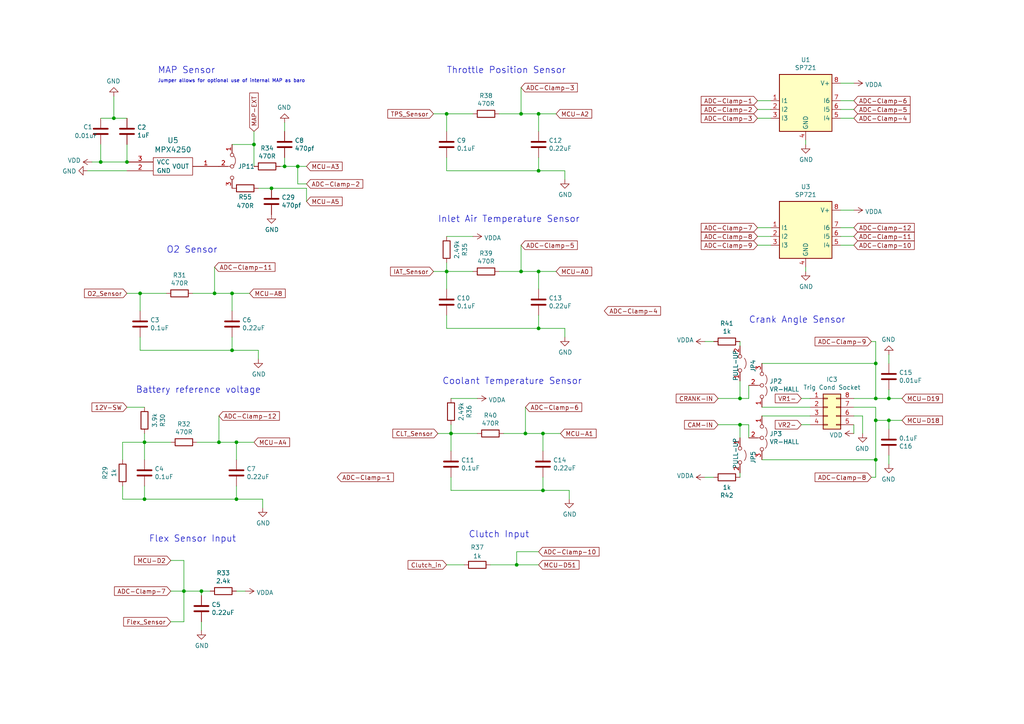
<source format=kicad_sch>
(kicad_sch (version 20230121) (generator eeschema)
  (paper "A4")
  (title_block (title "0.4") (date "2024-08-07") (rev "4e") (company "Speeduino") (comment 1 "Updated by Kenneth \"Cmdr_scotty\" Walters"))
  (lib_symbols
    (symbol "Connector_Generic:Conn_02x04_Counter_Clockwise" (pin_names (offset 1.016) hide)
      (property "Reference" "J" (at 1.27 5.08 0))
      (property "Value" "Conn_02x04_Counter_Clockwise" (at 1.27 -7.62 0))
      (symbol "Conn_02x04_Counter_Clockwise_1_1"
        (rectangle (start -1.27 -4.953) (end 0 -5.207) (stroke (width 0.1524)))
        (rectangle (start -1.27 -2.413) (end 0 -2.667) (stroke (width 0.1524)))
        (rectangle (start -1.27 0.127) (end 0 -0.127) (stroke (width 0.1524)))
        (rectangle (start -1.27 2.667) (end 0 2.413) (stroke (width 0.1524)))
        (rectangle (start -1.27 3.81) (end 3.81 -6.35) (stroke (width 0.254)) (fill (type background)))
        (rectangle (start 3.81 -4.953) (end 2.54 -5.207) (stroke (width 0.1524)))
        (rectangle (start 3.81 -2.413) (end 2.54 -2.667) (stroke (width 0.1524)))
        (rectangle (start 3.81 0.127) (end 2.54 -0.127) (stroke (width 0.1524)))
        (rectangle (start 3.81 2.667) (end 2.54 2.413) (stroke (width 0.1524)))
        (pin passive line (at -5.08 2.54 0) (length 3.81) (name "Pin_1") (number "1"))
        (pin passive line (at -5.08 0 0) (length 3.81) (name "Pin_2") (number "2"))
        (pin passive line (at -5.08 -2.54 0) (length 3.81) (name "Pin_3") (number "3"))
        (pin passive line (at -5.08 -5.08 0) (length 3.81) (name "Pin_4") (number "4"))
        (pin passive line (at 7.62 -5.08 180) (length 3.81) (name "Pin_5") (number "5"))
        (pin passive line (at 7.62 -2.54 180) (length 3.81) (name "Pin_6") (number "6"))
        (pin passive line (at 7.62 0 180) (length 3.81) (name "Pin_7") (number "7"))
        (pin passive line (at 7.62 2.54 180) (length 3.81) (name "Pin_8") (number "8"))
      )
    )
    (symbol "Device:C" (pin_numbers hide) (pin_names (offset 0.254))
      (property "Reference" "C" (at 0.635 2.54 0))
      (property "Value" "C" (at 0.635 -2.54 0))
      (symbol "C_0_1"
        (polyline (pts (xy -2.032 -0.762) (xy 2.032 -0.762)) (stroke (width 0.508)))
        (polyline (pts (xy -2.032 0.762) (xy 2.032 0.762)) (stroke (width 0.508)))
      )
      (symbol "C_1_1"
        (pin passive line (at 0 3.81 270) (length 2.794) (name "~") (number "1"))
        (pin passive line (at 0 -3.81 90) (length 2.794) (name "~") (number "2"))
      )
    )
    (symbol "Device:R" (pin_numbers hide) (pin_names (offset 0))
      (property "Reference" "R" (at 2.032 0 90))
      (property "Value" "R" (at 0 0 90))
      (symbol "R_0_1"
        (rectangle (start -1.016 -2.54) (end 1.016 2.54) (stroke (width 0.254)))
      )
      (symbol "R_1_1"
        (pin passive line (at 0 3.81 270) (length 1.27) (name "~") (number "1"))
        (pin passive line (at 0 -3.81 90) (length 1.27) (name "~") (number "2"))
      )
    )
    (symbol "Jumper:Jumper_2_Open" (pin_names (offset 0) hide)
      (property "Reference" "JP" (at 0 2.794 0))
      (property "Value" "Jumper_2_Open" (at 0 -2.286 0))
      (symbol "Jumper_2_Open_0_0"
        (circle (center -2.032 0) (radius 0.508))
        (circle (center 2.032 0) (radius 0.508))
      )
      (symbol "Jumper_2_Open_0_1"
        (arc (start 1.524 1.27) (mid 0 1.778) (end -1.524 1.27))
      )
      (symbol "Jumper_2_Open_1_1"
        (pin passive line (at -5.08 0 0) (length 2.54) (name "A") (number "1"))
        (pin passive line (at 5.08 0 180) (length 2.54) (name "B") (number "2"))
      )
    )
    (symbol "power:GND" (power) (pin_names (offset 0))
      (property "Value" "GND" (at 0 -3.81 0))
      (symbol "GND_0_1"
        (polyline (pts (xy 0 0) (xy 0 -1.27) (xy 1.27 -1.27) (xy 0 -2.54) (xy -1.27 -1.27) (xy 0 -1.27)))
      )
      (symbol "GND_1_1"
        (pin power_in line (at 0 0 270) (length 0) hide (name "GND") (number "1"))
      )
    )
    (symbol "power:VDD" (power) (pin_names (offset 0))
      (property "Value" "VDD" (at 0 3.81 0))
      (symbol "VDD_0_1"
        (polyline (pts (xy -0.762 1.27) (xy 0 2.54)))
        (polyline (pts (xy 0 0) (xy 0 2.54)))
        (polyline (pts (xy 0 2.54) (xy 0.762 1.27)))
      )
      (symbol "VDD_1_1"
        (pin power_in line (at 0 0 90) (length 0) hide (name "VDD") (number "1"))
      )
    )
    (symbol "power:VDDA" (power) (pin_names (offset 0))
      (property "Value" "VDDA" (at 0 3.81 0))
      (symbol "VDDA_0_1"
        (polyline (pts (xy -0.762 1.27) (xy 0 2.54)))
        (polyline (pts (xy 0 0) (xy 0 2.54)))
        (polyline (pts (xy 0 2.54) (xy 0.762 1.27)))
      )
      (symbol "VDDA_1_1"
        (pin power_in line (at 0 0 90) (length 0) hide (name "VDDA") (number "1"))
      )
    )
    (symbol "v0.4.3e-rescue:Jumper_3_Bridged12-Jumper" (pin_names (offset 0) hide)
      (property "Reference" "JP" (at -2.54 -2.54 0))
      (property "Value" "Jumper_Jumper_3_Bridged12" (at 0 2.794 0))
      (symbol "Jumper_3_Bridged12-Jumper_0_0"
        (circle (center -3.302 0) (radius 0.508))
        (circle (center 0 0) (radius 0.508))
        (circle (center 3.302 0) (radius 0.508))
      )
      (symbol "Jumper_3_Bridged12-Jumper_0_1"
        (arc (start -0.254 0.508) (mid -1.651 0.9912) (end -3.048 0.508))
        (polyline (pts (xy 0 -1.27) (xy 0 -0.508)))
      )
      (symbol "Jumper_3_Bridged12-Jumper_1_1"
        (pin passive line (at -6.35 0 0) (length 2.54) (name "A") (number "1"))
        (pin input line (at 0 -3.81 90) (length 2.54) (name "C") (number "2"))
        (pin passive line (at 6.35 0 180) (length 2.54) (name "B") (number "3"))
      )
    )
    (symbol "v0.4.3e-rescue:Jumper_3_Open-Jumper" (pin_names (offset 0) hide)
      (property "Reference" "JP" (at -2.54 -2.54 0))
      (property "Value" "Jumper_Jumper_3_Open" (at 0 2.794 0))
      (symbol "Jumper_3_Open-Jumper_0_0"
        (circle (center -3.302 0) (radius 0.508))
        (circle (center 0 0) (radius 0.508))
        (circle (center 3.302 0) (radius 0.508))
      )
      (symbol "Jumper_3_Open-Jumper_0_1"
        (arc (start -0.254 1.016) (mid -1.651 1.4992) (end -3.048 1.016))
        (polyline (pts (xy 0 -0.508) (xy 0 -1.27)))
        (arc (start 3.048 1.016) (mid 1.651 1.4992) (end 0.254 1.016))
      )
      (symbol "Jumper_3_Open-Jumper_1_1"
        (pin passive line (at -6.35 0 0) (length 2.54) (name "A") (number "1"))
        (pin input line (at 0 -3.81 90) (length 2.54) (name "C") (number "2"))
        (pin passive line (at 6.35 0 180) (length 2.54) (name "B") (number "3"))
      )
    )
    (symbol "v0.4.3e-rescue:MPX4250-Misc-v0.4.4c-rescue-v0.4.3d-rescue" (pin_names (offset 1.016))
      (property "Reference" "U" (at 3.81 -3.81 0))
      (property "Value" "v0.4.3d-rescue_MPX4250-Misc-v0.4.4c-rescue" (at -1.27 3.81 0))
      (symbol "MPX4250-Misc-v0.4.4c-rescue-v0.4.3d-rescue_0_1"
        (rectangle (start -6.35 2.54) (end 5.08 -2.54))
      )
      (symbol "MPX4250-Misc-v0.4.4c-rescue-v0.4.3d-rescue_1_1"
        (pin output line (at 12.7 0 180) (length 7.62) (name "VOUT") (number "1"))
        (pin power_in line (at -13.97 -1.27 0) (length 7.62) (name "GND") (number "2"))
        (pin power_in line (at -13.97 1.27 0) (length 7.62) (name "VCC") (number "3"))
      )
    )
    (symbol "v0.4.3e-rescue:SP721-IC_Automotive"
      (property "Reference" "U" (at 0 15.875 0))
      (property "Value" "IC_Automotive_SP721" (at 0 13.97 0))
      (symbol "SP721-IC_Automotive_0_1"
        (rectangle (start -7.62 -3.81) (end 7.62 12.7) (stroke (width 0.254)) (fill (type background)))
      )
      (symbol "SP721-IC_Automotive_1_1"
        (pin input line (at -10.16 5.08 0) (length 2.54) (name "I1") (number "1"))
        (pin input line (at -10.16 2.54 0) (length 2.54) (name "I2") (number "2"))
        (pin input line (at -10.16 0 0) (length 2.54) (name "I3") (number "3"))
        (pin power_in line (at 0 -6.35 90) (length 2.54) (name "GND") (number "4"))
        (pin input line (at 10.16 0 180) (length 2.54) (name "I4") (number "5"))
        (pin input line (at 10.16 2.54 180) (length 2.54) (name "I5") (number "6"))
        (pin input line (at 10.16 5.08 180) (length 2.54) (name "I6") (number "7"))
        (pin power_in line (at 10.16 10.16 180) (length 2.54) (name "V+") (number "8"))
      )
    )
  )
  (junction (at 73.66 41.91))
  (junction (at 129.54 33.02))
  (junction (at 156.21 78.74))
  (junction (at 156.21 95.25))
  (junction (at 33.02 34.29))
  (junction (at 156.21 49.53))
  (junction (at 257.81 121.92))
  (junction (at 41.91 144.78))
  (junction (at 130.81 125.73))
  (junction (at 67.31 101.6))
  (junction (at 40.64 85.09))
  (junction (at 156.21 33.02))
  (junction (at 129.54 78.74))
  (junction (at 254 121.92))
  (junction (at 36.83 46.99))
  (junction (at 151.13 33.02))
  (junction (at 149.86 163.83))
  (junction (at 254 133.35))
  (junction (at 257.81 115.57))
  (junction (at 41.91 128.27))
  (junction (at 63.5 128.27))
  (junction (at 82.55 48.26))
  (junction (at 151.13 78.74))
  (junction (at 157.48 125.73))
  (junction (at 58.42 171.45))
  (junction (at 53.34 171.45))
  (junction (at 29.21 46.99))
  (junction (at 68.58 144.78))
  (junction (at 254 115.57))
  (junction (at 214.63 115.57))
  (junction (at 214.63 123.19))
  (junction (at 78.74 54.61))
  (junction (at 62.23 85.09))
  (junction (at 67.31 85.09))
  (junction (at 254 105.41))
  (junction (at 86.36 48.26))
  (junction (at 152.4 125.73))
  (junction (at 68.58 128.27))
  (junction (at 157.48 142.24))
  (wire (pts (xy 149.86 163.83) (xy 156.21 163.83)))
  (wire (pts (xy 53.34 180.34) (xy 53.34 171.45)))
  (wire (pts (xy 247.65 60.96) (xy 243.84 60.96)))
  (wire (pts (xy 82.55 48.26) (xy 86.36 48.26)))
  (wire (pts (xy 247.65 24.13) (xy 243.84 24.13)))
  (wire (pts (xy 151.13 25.4) (xy 151.13 33.02)))
  (wire (pts (xy 214.63 99.06) (xy 214.63 100.33)))
  (wire (pts (xy 151.13 33.02) (xy 156.21 33.02)))
  (wire (pts (xy 88.9 54.61) (xy 78.74 54.61)))
  (wire (pts (xy 223.52 68.58) (xy 219.71 68.58)))
  (wire (pts (xy 254 115.57) (xy 257.81 115.57)))
  (wire (pts (xy 68.58 140.97) (xy 68.58 144.78)))
  (wire (pts (xy 208.28 123.19) (xy 214.63 123.19)))
  (wire (pts (xy 165.1 142.24) (xy 165.1 144.78)))
  (wire (pts (xy 254 138.43) (xy 254 133.35)))
  (wire (pts (xy 74.93 54.61) (xy 78.74 54.61)))
  (wire (pts (xy 254 121.92) (xy 257.81 121.92)))
  (wire (pts (xy 138.43 115.57) (xy 130.81 115.57)))
  (wire (pts (xy 257.81 134.62) (xy 257.81 132.08)))
  (wire (pts (xy 233.68 41.91) (xy 233.68 40.64)))
  (wire (pts (xy 243.84 34.29) (xy 247.65 34.29)))
  (wire (pts (xy 40.64 97.79) (xy 40.64 101.6)))
  (wire (pts (xy 129.54 38.1) (xy 129.54 33.02)))
  (wire (pts (xy 33.02 34.29) (xy 36.83 34.29)))
  (wire (pts (xy 220.98 120.65) (xy 234.95 120.65)))
  (wire (pts (xy 161.29 33.02) (xy 156.21 33.02)))
  (wire (pts (xy 88.9 53.34) (xy 86.36 53.34)))
  (wire (pts (xy 151.13 78.74) (xy 156.21 78.74)))
  (wire (pts (xy 219.71 71.12) (xy 223.52 71.12)))
  (wire (pts (xy 67.31 101.6) (xy 74.93 101.6)))
  (wire (pts (xy 130.81 130.81) (xy 130.81 125.73)))
  (wire (pts (xy 257.81 121.92) (xy 257.81 124.46)))
  (wire (pts (xy 252.73 138.43) (xy 254 138.43)))
  (wire (pts (xy 243.84 29.21) (xy 247.65 29.21)))
  (wire (pts (xy 129.54 83.82) (xy 129.54 78.74)))
  (wire (pts (xy 220.98 118.11) (xy 234.95 118.11)))
  (wire (pts (xy 247.65 66.04) (xy 243.84 66.04)))
  (wire (pts (xy 129.54 33.02) (xy 137.16 33.02)))
  (wire (pts (xy 156.21 33.02) (xy 156.21 38.1)))
  (wire (pts (xy 149.86 160.02) (xy 149.86 163.83)))
  (wire (pts (xy 254 133.35) (xy 254 121.92)))
  (wire (pts (xy 72.39 85.09) (xy 67.31 85.09)))
  (wire (pts (xy 68.58 128.27) (xy 68.58 133.35)))
  (wire (pts (xy 40.64 101.6) (xy 67.31 101.6)))
  (wire (pts (xy 163.83 95.25) (xy 163.83 97.79)))
  (wire (pts (xy 204.47 99.06) (xy 207.01 99.06)))
  (wire (pts (xy 232.41 115.57) (xy 234.95 115.57)))
  (wire (pts (xy 53.34 171.45) (xy 49.53 171.45)))
  (wire (pts (xy 261.62 115.57) (xy 257.81 115.57)))
  (wire (pts (xy 33.02 34.29) (xy 33.02 27.94)))
  (wire (pts (xy 40.64 90.17) (xy 40.64 85.09)))
  (wire (pts (xy 157.48 142.24) (xy 165.1 142.24)))
  (wire (pts (xy 247.65 71.12) (xy 243.84 71.12)))
  (wire (pts (xy 129.54 95.25) (xy 156.21 95.25)))
  (wire (pts (xy 86.36 48.26) (xy 88.9 48.26)))
  (wire (pts (xy 130.81 138.43) (xy 130.81 142.24)))
  (wire (pts (xy 55.88 85.09) (xy 62.23 85.09)))
  (wire (pts (xy 86.36 53.34) (xy 86.36 48.26)))
  (wire (pts (xy 29.21 34.29) (xy 33.02 34.29)))
  (wire (pts (xy 58.42 182.88) (xy 58.42 180.34)))
  (wire (pts (xy 41.91 128.27) (xy 49.53 128.27)))
  (wire (pts (xy 81.28 48.26) (xy 82.55 48.26)))
  (wire (pts (xy 29.21 46.99) (xy 36.83 46.99)))
  (wire (pts (xy 208.28 115.57) (xy 214.63 115.57)))
  (wire (pts (xy 156.21 160.02) (xy 149.86 160.02)))
  (wire (pts (xy 129.54 163.83) (xy 134.62 163.83)))
  (wire (pts (xy 68.58 144.78) (xy 76.2 144.78)))
  (wire (pts (xy 220.98 105.41) (xy 254 105.41)))
  (wire (pts (xy 261.62 121.92) (xy 257.81 121.92)))
  (wire (pts (xy 137.16 68.58) (xy 129.54 68.58)))
  (wire (pts (xy 129.54 49.53) (xy 156.21 49.53)))
  (wire (pts (xy 254 121.92) (xy 254 118.11)))
  (wire (pts (xy 35.56 144.78) (xy 41.91 144.78)))
  (wire (pts (xy 156.21 45.72) (xy 156.21 49.53)))
  (wire (pts (xy 41.91 125.73) (xy 41.91 128.27)))
  (wire (pts (xy 76.2 144.78) (xy 76.2 147.32)))
  (wire (pts (xy 63.5 128.27) (xy 68.58 128.27)))
  (wire (pts (xy 214.63 137.16) (xy 214.63 138.43)))
  (wire (pts (xy 82.55 38.1) (xy 82.55 35.56)))
  (wire (pts (xy 129.54 76.2) (xy 129.54 78.74)))
  (wire (pts (xy 49.53 180.34) (xy 53.34 180.34)))
  (wire (pts (xy 144.78 33.02) (xy 151.13 33.02)))
  (wire (pts (xy 62.23 85.09) (xy 67.31 85.09)))
  (wire (pts (xy 58.42 172.72) (xy 58.42 171.45)))
  (wire (pts (xy 36.83 118.11) (xy 41.91 118.11)))
  (wire (pts (xy 88.9 58.42) (xy 88.9 54.61)))
  (wire (pts (xy 41.91 133.35) (xy 41.91 128.27)))
  (wire (pts (xy 36.83 46.99) (xy 36.83 41.91)))
  (wire (pts (xy 233.68 77.47) (xy 233.68 78.74)))
  (wire (pts (xy 41.91 144.78) (xy 68.58 144.78)))
  (wire (pts (xy 144.78 78.74) (xy 151.13 78.74)))
  (wire (pts (xy 125.73 78.74) (xy 129.54 78.74)))
  (wire (pts (xy 247.65 120.65) (xy 250.19 120.65)))
  (wire (pts (xy 254 105.41) (xy 254 115.57)))
  (wire (pts (xy 257.81 115.57) (xy 257.81 113.03)))
  (wire (pts (xy 214.63 127) (xy 214.63 123.19)))
  (wire (pts (xy 254 99.06) (xy 254 105.41)))
  (wire (pts (xy 152.4 125.73) (xy 157.48 125.73)))
  (wire (pts (xy 252.73 99.06) (xy 254 99.06)))
  (wire (pts (xy 156.21 49.53) (xy 163.83 49.53)))
  (wire (pts (xy 151.13 71.12) (xy 151.13 78.74)))
  (wire (pts (xy 257.81 102.87) (xy 257.81 105.41)))
  (wire (pts (xy 152.4 118.11) (xy 152.4 125.73)))
  (wire (pts (xy 49.53 162.56) (xy 53.34 162.56)))
  (wire (pts (xy 25.4 49.53) (xy 36.83 49.53)))
  (wire (pts (xy 29.21 46.99) (xy 29.21 41.91)))
  (wire (pts (xy 161.29 78.74) (xy 156.21 78.74)))
  (wire (pts (xy 220.98 133.35) (xy 254 133.35)))
  (wire (pts (xy 217.17 123.19) (xy 217.17 127)))
  (wire (pts (xy 254 118.11) (xy 247.65 118.11)))
  (wire (pts (xy 214.63 123.19) (xy 217.17 123.19)))
  (wire (pts (xy 219.71 66.04) (xy 223.52 66.04)))
  (wire (pts (xy 82.55 48.26) (xy 82.55 45.72)))
  (wire (pts (xy 35.56 140.97) (xy 35.56 144.78)))
  (wire (pts (xy 129.54 45.72) (xy 129.54 49.53)))
  (wire (pts (xy 130.81 142.24) (xy 157.48 142.24)))
  (wire (pts (xy 73.66 38.1) (xy 73.66 41.91)))
  (wire (pts (xy 156.21 95.25) (xy 163.83 95.25)))
  (wire (pts (xy 157.48 138.43) (xy 157.48 142.24)))
  (wire (pts (xy 217.17 115.57) (xy 217.17 111.76)))
  (wire (pts (xy 130.81 123.19) (xy 130.81 125.73)))
  (wire (pts (xy 247.65 31.75) (xy 243.84 31.75)))
  (wire (pts (xy 53.34 162.56) (xy 53.34 171.45)))
  (wire (pts (xy 26.67 46.99) (xy 29.21 46.99)))
  (wire (pts (xy 35.56 128.27) (xy 41.91 128.27)))
  (wire (pts (xy 157.48 125.73) (xy 157.48 130.81)))
  (wire (pts (xy 214.63 110.49) (xy 214.63 115.57)))
  (wire (pts (xy 163.83 49.53) (xy 163.83 52.07)))
  (wire (pts (xy 60.96 171.45) (xy 58.42 171.45)))
  (wire (pts (xy 74.93 101.6) (xy 74.93 104.14)))
  (wire (pts (xy 243.84 68.58) (xy 247.65 68.58)))
  (wire (pts (xy 142.24 163.83) (xy 149.86 163.83)))
  (wire (pts (xy 73.66 128.27) (xy 68.58 128.27)))
  (wire (pts (xy 129.54 78.74) (xy 137.16 78.74)))
  (wire (pts (xy 36.83 85.09) (xy 40.64 85.09)))
  (wire (pts (xy 125.73 33.02) (xy 129.54 33.02)))
  (wire (pts (xy 130.81 125.73) (xy 138.43 125.73)))
  (wire (pts (xy 223.52 31.75) (xy 219.71 31.75)))
  (wire (pts (xy 129.54 91.44) (xy 129.54 95.25)))
  (wire (pts (xy 68.58 171.45) (xy 71.12 171.45)))
  (wire (pts (xy 57.15 128.27) (xy 63.5 128.27)))
  (wire (pts (xy 219.71 29.21) (xy 223.52 29.21)))
  (wire (pts (xy 41.91 140.97) (xy 41.91 144.78)))
  (wire (pts (xy 214.63 115.57) (xy 217.17 115.57)))
  (wire (pts (xy 204.47 138.43) (xy 207.01 138.43)))
  (wire (pts (xy 146.05 125.73) (xy 152.4 125.73)))
  (wire (pts (xy 127 125.73) (xy 130.81 125.73)))
  (wire (pts (xy 219.71 34.29) (xy 223.52 34.29)))
  (wire (pts (xy 247.65 123.19) (xy 247.65 125.73)))
  (wire (pts (xy 35.56 133.35) (xy 35.56 128.27)))
  (wire (pts (xy 250.19 120.65) (xy 250.19 125.73)))
  (wire (pts (xy 62.23 77.47) (xy 62.23 85.09)))
  (wire (pts (xy 247.65 115.57) (xy 254 115.57)))
  (wire (pts (xy 67.31 97.79) (xy 67.31 101.6)))
  (wire (pts (xy 156.21 91.44) (xy 156.21 95.25)))
  (wire (pts (xy 67.31 41.91) (xy 73.66 41.91)))
  (wire (pts (xy 232.41 123.19) (xy 234.95 123.19)))
  (wire (pts (xy 73.66 41.91) (xy 73.66 48.26)))
  (wire (pts (xy 67.31 85.09) (xy 67.31 90.17)))
  (wire (pts (xy 63.5 120.65) (xy 63.5 128.27)))
  (wire (pts (xy 162.56 125.73) (xy 157.48 125.73)))
  (wire (pts (xy 40.64 85.09) (xy 48.26 85.09)))
  (wire (pts (xy 156.21 78.74) (xy 156.21 83.82)))
  (wire (pts (xy 58.42 171.45) (xy 53.34 171.45)))
  (text "MAP Sensor" (at 45.72 21.59 0) (effects (font (size 1.8796 1.8796)) (justify left bottom)))
  (text "Crank Angle Sensor" (at 217.17 93.98 0) (effects (font (size 1.8796 1.8796)) (justify left bottom)))
  (text "Battery reference voltage" (at 39.37 114.3 0) (effects (font (size 1.8796 1.8796)) (justify left bottom)))
  (text "Coolant Temperature Sensor" (at 128.27 111.76 0) (effects (font (size 1.8796 1.8796)) (justify left bottom)))
  (text "Clutch Input" (at 135.89 156.21 0) (effects (font (size 1.8796 1.8796)) (justify left bottom)))
  (text "Throttle Position Sensor" (at 129.54 21.59 0) (effects (font (size 1.8796 1.8796)) (justify left bottom)))
  (text "Inlet Air Temperature Sensor" (at 127 64.77 0) (effects (font (size 1.8796 1.8796)) (justify left bottom)))
  (text "O2 Sensor" (at 48.26 73.66 0) (effects (font (size 1.8796 1.8796)) (justify left bottom)))
  (text "Jumper allows for optional use of internal MAP as baro" (at 45.72 24.13 0) (effects (font (size 0.9906 0.9906)) (justify left bottom)))
  (text "Flex Sensor Input" (at 43.18 157.48 0) (effects (font (size 1.8796 1.8796)) (justify left bottom)))
  (global_label "ADC-Clamp-12" (shape input) (at 247.65 66.04 0) (property "Intersheetrefs" "${INTERSHEET_REFS}" (effects hide)))
  (global_label "ADC-Clamp-10" (shape input) (at 247.65 71.12 0) (property "Intersheetrefs" "${INTERSHEET_REFS}" (effects hide)))
  (global_label "ADC-Clamp-11" (shape input) (at 247.65 68.58 0) (property "Intersheetrefs" "${INTERSHEET_REFS}" (effects hide)))
  (global_label "IAT_Sensor" (shape input) (at 125.73 78.74 180) (property "Intersheetrefs" "${INTERSHEET_REFS}" (effects hide)))
  (global_label "Clutch_in" (shape input) (at 129.54 163.83 180) (property "Intersheetrefs" "${INTERSHEET_REFS}" (effects hide)))
  (global_label "O2_Sensor" (shape input) (at 36.83 85.09 180) (property "Intersheetrefs" "${INTERSHEET_REFS}" (effects hide)))
  (global_label "MCU-A2" (shape input) (at 161.29 33.02 0) (property "Intersheetrefs" "${INTERSHEET_REFS}" (effects hide)))
  (global_label "MCU-A5" (shape input) (at 88.9 58.42 0) (property "Intersheetrefs" "${INTERSHEET_REFS}" (effects hide)))
  (global_label "TPS_Sensor" (shape input) (at 125.73 33.02 180) (property "Intersheetrefs" "${INTERSHEET_REFS}" (effects hide)))
  (global_label "VR2-" (shape input) (at 232.41 123.19 180) (property "Intersheetrefs" "${INTERSHEET_REFS}" (effects hide)))
  (global_label "ADC-Clamp-5" (shape input) (at 151.13 71.12 0) (property "Intersheetrefs" "${INTERSHEET_REFS}" (effects hide)))
  (global_label "CLT_Sensor" (shape input) (at 127 125.73 180) (property "Intersheetrefs" "${INTERSHEET_REFS}" (effects hide)))
  (global_label "ADC-Clamp-8" (shape input) (at 252.73 138.43 180) (property "Intersheetrefs" "${INTERSHEET_REFS}" (effects hide)))
  (global_label "ADC-Clamp-2" (shape input) (at 219.71 31.75 180) (property "Intersheetrefs" "${INTERSHEET_REFS}" (effects hide)))
  (global_label "ADC-Clamp-10" (shape input) (at 156.21 160.02 0) (property "Intersheetrefs" "${INTERSHEET_REFS}" (effects hide)))
  (global_label "ADC-Clamp-9" (shape input) (at 252.73 99.06 180) (property "Intersheetrefs" "${INTERSHEET_REFS}" (effects hide)))
  (global_label "ADC-Clamp-3" (shape input) (at 151.13 25.4 0) (property "Intersheetrefs" "${INTERSHEET_REFS}" (effects hide)))
  (global_label "ADC-Clamp-4" (shape input) (at 175.26 90.17 0) (property "Intersheetrefs" "${INTERSHEET_REFS}" (effects hide)))
  (global_label "MCU-D19" (shape input) (at 261.62 115.57 0) (property "Intersheetrefs" "${INTERSHEET_REFS}" (effects hide)))
  (global_label "ADC-Clamp-9" (shape input) (at 219.71 71.12 180) (property "Intersheetrefs" "${INTERSHEET_REFS}" (effects hide)))
  (global_label "ADC-Clamp-1" (shape input) (at 97.79 138.43 0) (property "Intersheetrefs" "${INTERSHEET_REFS}" (effects hide)))
  (global_label "ADC-Clamp-4" (shape input) (at 247.65 34.29 0) (property "Intersheetrefs" "${INTERSHEET_REFS}" (effects hide)))
  (global_label "ADC-Clamp-7" (shape input) (at 219.71 66.04 180) (property "Intersheetrefs" "${INTERSHEET_REFS}" (effects hide)))
  (global_label "12V-SW" (shape input) (at 36.83 118.11 180) (property "Intersheetrefs" "${INTERSHEET_REFS}" (effects hide)))
  (global_label "ADC-Clamp-3" (shape input) (at 219.71 34.29 180) (property "Intersheetrefs" "${INTERSHEET_REFS}" (effects hide)))
  (global_label "Flex_Sensor" (shape input) (at 49.53 180.34 180) (property "Intersheetrefs" "${INTERSHEET_REFS}" (effects hide)))
  (global_label "MCU-A8" (shape input) (at 72.39 85.09 0) (property "Intersheetrefs" "${INTERSHEET_REFS}" (effects hide)))
  (global_label "CAM-IN" (shape input) (at 208.28 123.19 180) (property "Intersheetrefs" "${INTERSHEET_REFS}" (effects hide)))
  (global_label "ADC-Clamp-5" (shape input) (at 247.65 31.75 0) (property "Intersheetrefs" "${INTERSHEET_REFS}" (effects hide)))
  (global_label "ADC-Clamp-2" (shape input) (at 88.9 53.34 0) (property "Intersheetrefs" "${INTERSHEET_REFS}" (effects hide)))
  (global_label "ADC-Clamp-8" (shape input) (at 219.71 68.58 180) (property "Intersheetrefs" "${INTERSHEET_REFS}" (effects hide)))
  (global_label "ADC-Clamp-7" (shape input) (at 49.53 171.45 180) (property "Intersheetrefs" "${INTERSHEET_REFS}" (effects hide)))
  (global_label "MCU-A1" (shape input) (at 162.56 125.73 0) (property "Intersheetrefs" "${INTERSHEET_REFS}" (effects hide)))
  (global_label "MCU-D18" (shape input) (at 261.62 121.92 0) (property "Intersheetrefs" "${INTERSHEET_REFS}" (effects hide)))
  (global_label "MCU-A0" (shape input) (at 161.29 78.74 0) (property "Intersheetrefs" "${INTERSHEET_REFS}" (effects hide)))
  (global_label "MAP-EXT" (shape input) (at 73.66 38.1 90) (property "Intersheetrefs" "${INTERSHEET_REFS}" (effects hide)))
  (global_label "MCU-D51" (shape input) (at 156.21 163.83 0) (property "Intersheetrefs" "${INTERSHEET_REFS}" (effects hide)))
  (global_label "MCU-A4" (shape input) (at 73.66 128.27 0) (property "Intersheetrefs" "${INTERSHEET_REFS}" (effects hide)))
  (global_label "ADC-Clamp-6" (shape input) (at 247.65 29.21 0) (property "Intersheetrefs" "${INTERSHEET_REFS}" (effects hide)))
  (global_label "MCU-D2" (shape input) (at 49.53 162.56 180) (property "Intersheetrefs" "${INTERSHEET_REFS}" (effects hide)))
  (global_label "ADC-Clamp-12" (shape input) (at 63.5 120.65 0) (property "Intersheetrefs" "${INTERSHEET_REFS}" (effects hide)))
  (global_label "CRANK-IN" (shape input) (at 208.28 115.57 180) (property "Intersheetrefs" "${INTERSHEET_REFS}" (effects hide)))
  (global_label "ADC-Clamp-6" (shape input) (at 152.4 118.11 0) (property "Intersheetrefs" "${INTERSHEET_REFS}" (effects hide)))
  (global_label "ADC-Clamp-11" (shape input) (at 62.23 77.47 0) (property "Intersheetrefs" "${INTERSHEET_REFS}" (effects hide)))
  (global_label "VR1-" (shape input) (at 232.41 115.57 180) (property "Intersheetrefs" "${INTERSHEET_REFS}" (effects hide)))
  (global_label "MCU-A3" (shape input) (at 88.9 48.26 0) (property "Intersheetrefs" "${INTERSHEET_REFS}" (effects hide)))
  (global_label "ADC-Clamp-1" (shape input) (at 219.71 29.21 180) (property "Intersheetrefs" "${INTERSHEET_REFS}" (effects hide)))
  (symbol (lib_id "v0.4.3e-rescue:MPX4250-Misc-v0.4.4c-rescue-v0.4.3d-rescue") (at 50.8 48.26 0) (unit 1)
    (property "Reference" "U5" (at 50.165 40.7162 0) (effects (font (size 1.524 1.524))))
    (property "Value" "MPX4250" (at 50.165 43.4086 0) (effects (font (size 1.524 1.524))))
    (property "Footprint" "Misc:MPX4250" (effects hide))
    (property "Digikey Part Number" "MPX4250AP-ND" (effects hide))
    (property "Manufacturer_Name" "NXP" (effects hide))
    (property "Manufacturer_Part_Number" "MPX4250AP" (effects hide))
    (property "URL" "https://www.digikey.com.au/product-detail/en/nxp-usa-inc/MPX4250AP/MPX4250AP-ND/464053" (effects hide))
    (instances (project "v0.4.3e" (path "" (reference "U5") (unit 1)) (path "" (reference "U?") (unit 1))))
  )
  (symbol (lib_id "power:GND") (at 25.4 49.53 270) (unit 1)
    (property "Reference" "#PWR023" (effects hide))
    (property "Value" "GND" (at 22.1488 49.657 90) (effects (justify right)))
  )
  (symbol (lib_id "power:GND") (at 82.55 35.56 180) (unit 1)
    (property "Reference" "#PWR029" (effects hide))
    (property "Value" "GND" (at 82.423 31.1658 0))
  )
  (symbol (lib_id "Device:C") (at 82.55 41.91 0) (unit 1)
    (property "Reference" "C8" (at 85.471 40.7416 0) (effects (justify left)))
    (property "Value" "470pf" (at 85.471 43.053 0) (effects (justify left)))
    (property "Footprint" "Capacitor_THT:C_Disc_D5.0mm_W2.5mm_P2.50mm" (effects hide))
    (property "Digikey Part Number" "445-180522-1-ND" (effects hide))
    (property "Manufacturer_Name" "TDK" (effects hide))
    (property "Manufacturer_Part_Number" "FA18NP01H471JNU06" (effects hide))
    (property "URL" "https://www.digikey.com.au/product-detail/en/tdk-corporation/FA18NP01H471JNU06/445-180522-1-ND/9560648" (effects hide))
  )
  (symbol (lib_id "Device:R") (at 77.47 48.26 270) (unit 1)
    (property "Reference" "R34" (at 77.47 43.0022 90))
    (property "Value" "470R" (at 77.47 45.3136 90))
    (property "Footprint" "Resistor_THT:R_Axial_DIN0204_L3.6mm_D1.6mm_P5.08mm_Horizontal" (effects hide))
    (property "Manufacturer_Name" "Vishay" (effects hide))
    (property "Manufacturer_Part_Number" "MBA02040C4700FRP00" (effects hide))
    (property "URL" "https://www.digikey.com.au/product-detail/en/vishay-beyschlag-draloric-bc-components/MBA02040C4700FRP00/BC3516CT-ND/7350946" (effects hide))
    (property "Digikey Part Number" "BC3516CT-ND" (effects hide))
  )
  (symbol (lib_id "Device:C") (at 29.21 38.1 0) (unit 1)
    (property "Reference" "C1" (at 24.13 36.83 0) (effects (justify left)))
    (property "Value" "0.01uF" (at 21.59 39.37 0) (effects (justify left)))
    (property "Footprint" "Capacitor_THT:C_Disc_D5.0mm_W2.5mm_P2.50mm" (effects hide))
    (property "Digikey Part Number" "445-174244-1-ND" (effects hide))
    (property "Manufacturer_Name" "TDK" (effects hide))
    (property "Manufacturer_Part_Number" "FA18X7R1H103KNU06" (effects hide))
    (property "URL" "https://www.digikey.com.au/product-detail/en/tdk-corporation/FA18X7R1H103KNU06/445-174244-1-ND/5865002" (effects hide))
  )
  (symbol (lib_id "Device:C") (at 36.83 38.1 0) (unit 1)
    (property "Reference" "C2" (at 39.751 36.9316 0) (effects (justify left)))
    (property "Value" "1uF" (at 39.751 39.243 0) (effects (justify left)))
    (property "Footprint" "Capacitor_THT:C_Disc_D5.0mm_W2.5mm_P2.50mm" (effects hide))
    (property "Digikey Part Number" "445-180543-1-ND" (effects hide))
    (property "Manufacturer_Name" "TDK" (effects hide))
    (property "Manufacturer_Part_Number" "FA18X7R1E105KRU06" (effects hide))
    (property "URL" "https://www.digikey.com.au/product-detail/en/tdk-corporation/FA18X7R1E105KRU06/445-180543-1-ND/9560669" (effects hide))
  )
  (symbol (lib_id "power:GND") (at 33.02 27.94 180) (unit 1)
    (property "Reference" "#PWR025" (effects hide))
    (property "Value" "GND" (at 32.893 23.5458 0))
  )
  (symbol (lib_id "Device:R") (at 210.82 99.06 270) (unit 1)
    (property "Reference" "R41" (at 210.82 93.8022 90))
    (property "Value" "1k" (at 210.82 96.1136 90))
    (property "Footprint" "Resistor_THT:R_Axial_DIN0204_L3.6mm_D1.6mm_P5.08mm_Horizontal" (effects hide))
    (property "Digikey Part Number" "BC1.00KXCT-ND" (effects hide))
    (property "Manufacturer_Name" "Vishay" (effects hide))
    (property "Manufacturer_Part_Number" "MBA02040C1001FRP00" (effects hide))
  )
  (symbol (lib_id "Device:C") (at 257.81 109.22 0) (unit 1)
    (property "Reference" "C15" (at 260.731 108.0516 0) (effects (justify left)))
    (property "Value" "0.01uF" (at 260.731 110.363 0) (effects (justify left)))
    (property "Footprint" "Capacitor_THT:C_Disc_D5.0mm_W2.5mm_P2.50mm" (effects hide))
    (property "Digikey Part Number" "445-174244-1-ND" (effects hide))
    (property "Manufacturer_Name" "TDK" (effects hide))
    (property "Manufacturer_Part_Number" "FA18X7R1H103KNU06" (effects hide))
    (property "URL" "https://www.digikey.com.au/product-detail/en/tdk-corporation/FA18X7R1H103KNU06/445-174244-1-ND/5865002" (effects hide))
  )
  (symbol (lib_id "power:GND") (at 257.81 102.87 180) (unit 1)
    (property "Reference" "#PWR040" (effects hide))
    (property "Value" "GND" (at 257.683 98.4758 0))
  )
  (symbol (lib_id "Device:R") (at 210.82 138.43 270) (mirror x) (unit 1)
    (property "Reference" "R42" (at 210.82 143.6878 90))
    (property "Value" "1k" (at 210.82 141.3764 90))
    (property "Footprint" "Resistor_THT:R_Axial_DIN0204_L3.6mm_D1.6mm_P5.08mm_Horizontal" (effects hide))
    (property "Digikey Part Number" "BC1.00KXCT-ND" (effects hide))
    (property "Manufacturer_Name" "Vishay" (effects hide))
    (property "Manufacturer_Part_Number" "MBA02040C1001FRP00" (effects hide))
  )
  (symbol (lib_id "Device:C") (at 257.81 128.27 0) (mirror x) (unit 1)
    (property "Reference" "C16" (at 260.731 129.4384 0) (effects (justify left)))
    (property "Value" "0.1uF" (at 260.731 127.127 0) (effects (justify left)))
    (property "Footprint" "Capacitor_THT:C_Disc_D5.0mm_W2.5mm_P2.50mm" (effects hide))
    (property "Digikey Part Number" "445-180563-1-ND" (effects hide))
    (property "Manufacturer_Name" "TDK" (effects hide))
    (property "Manufacturer_Part_Number" "FA18X8R1E104KNU06" (effects hide))
    (property "URL" "https://www.digikey.com.au/product-detail/en/tdk-corporation/FA18X8R1E104KNU06/445-180563-1-ND/9560689" (effects hide))
  )
  (symbol (lib_id "power:GND") (at 257.81 134.62 0) (mirror y) (unit 1)
    (property "Reference" "#PWR041" (effects hide))
    (property "Value" "GND" (at 257.683 139.0142 0))
  )
  (symbol (lib_id "power:GND") (at 233.68 41.91 0) (unit 1)
    (property "Reference" "#PWR039" (effects hide))
    (property "Value" "GND" (at 233.807 46.3042 0))
  )
  (symbol (lib_id "Device:R") (at 52.07 85.09 270) (unit 1)
    (property "Reference" "R31" (at 52.07 79.8322 90))
    (property "Value" "470R" (at 52.07 82.1436 90))
    (property "Footprint" "Resistor_THT:R_Axial_DIN0204_L3.6mm_D1.6mm_P5.08mm_Horizontal" (effects hide))
    (property "Manufacturer_Name" "Vishay" (effects hide))
    (property "Manufacturer_Part_Number" "MBA02040C4700FRP00" (effects hide))
    (property "URL" "https://www.digikey.com.au/product-detail/en/vishay-beyschlag-draloric-bc-components/MBA02040C4700FRP00/BC3516CT-ND/7350946" (effects hide))
    (property "Digikey Part Number" "BC3516CT-ND" (effects hide))
  )
  (symbol (lib_id "Device:C") (at 67.31 93.98 0) (unit 1)
    (property "Reference" "C6" (at 70.231 92.8116 0) (effects (justify left)))
    (property "Value" "0.22uF" (at 70.231 95.123 0) (effects (justify left)))
    (property "Footprint" "Capacitor_THT:C_Disc_D5.0mm_W2.5mm_P2.50mm" (effects hide))
    (property "Digikey Part Number" "445-180564-1-ND" (effects hide))
    (property "Manufacturer_Name" "TDK" (effects hide))
    (property "Manufacturer_Part_Number" "FA18X8R1E224KRU06" (effects hide))
    (property "URL" "https://www.digikey.com.au/product-detail/en/tdk-corporation/FA18X8R1E224KRU06/445-180564-1-ND/9560690" (effects hide))
  )
  (symbol (lib_id "Device:C") (at 40.64 93.98 0) (unit 1)
    (property "Reference" "C3" (at 43.561 92.8116 0) (effects (justify left)))
    (property "Value" "0.1uF" (at 43.561 95.123 0) (effects (justify left)))
    (property "Footprint" "Capacitor_THT:C_Disc_D5.0mm_W2.5mm_P2.50mm" (effects hide))
    (property "Digikey Part Number" "445-180563-1-ND" (effects hide))
    (property "Manufacturer_Name" "TDK" (effects hide))
    (property "Manufacturer_Part_Number" "FA18X8R1E104KNU06" (effects hide))
    (property "URL" "https://www.digikey.com.au/product-detail/en/tdk-corporation/FA18X8R1E104KNU06/445-180563-1-ND/9560689" (effects hide))
  )
  (symbol (lib_id "power:GND") (at 74.93 104.14 0) (unit 1)
    (property "Reference" "#PWR028" (effects hide))
    (property "Value" "GND" (at 75.057 108.5342 0))
  )
  (symbol (lib_id "Device:R") (at 140.97 33.02 270) (unit 1)
    (property "Reference" "R38" (at 140.97 27.7622 90))
    (property "Value" "470R" (at 140.97 30.0736 90))
    (property "Footprint" "Resistor_THT:R_Axial_DIN0204_L3.6mm_D1.6mm_P5.08mm_Horizontal" (effects hide))
    (property "Manufacturer_Name" "Vishay" (effects hide))
    (property "Manufacturer_Part_Number" "MBA02040C4700FRP00" (effects hide))
    (property "URL" "https://www.digikey.com.au/product-detail/en/vishay-beyschlag-draloric-bc-components/MBA02040C4700FRP00/BC3516CT-ND/7350946" (effects hide))
    (property "Digikey Part Number" "BC3516CT-ND" (effects hide))
  )
  (symbol (lib_id "Device:C") (at 156.21 41.91 0) (unit 1)
    (property "Reference" "C12" (at 159.131 40.7416 0) (effects (justify left)))
    (property "Value" "0.22uF" (at 159.131 43.053 0) (effects (justify left)))
    (property "Footprint" "Capacitor_THT:C_Disc_D5.0mm_W2.5mm_P2.50mm" (effects hide))
    (property "Digikey Part Number" "445-180564-1-ND" (effects hide))
    (property "Manufacturer_Name" "TDK" (effects hide))
    (property "Manufacturer_Part_Number" "FA18X8R1E224KRU06" (effects hide))
    (property "URL" "https://www.digikey.com.au/product-detail/en/tdk-corporation/FA18X8R1E224KRU06/445-180564-1-ND/9560690" (effects hide))
  )
  (symbol (lib_id "Device:C") (at 129.54 41.91 0) (unit 1)
    (property "Reference" "C9" (at 132.461 40.7416 0) (effects (justify left)))
    (property "Value" "0.1uF" (at 132.461 43.053 0) (effects (justify left)))
    (property "Footprint" "Capacitor_THT:C_Disc_D5.0mm_W2.5mm_P2.50mm" (effects hide))
    (property "Digikey Part Number" "445-180563-1-ND" (effects hide))
    (property "Manufacturer_Name" "TDK" (effects hide))
    (property "Manufacturer_Part_Number" "FA18X8R1E104KNU06" (effects hide))
    (property "URL" "https://www.digikey.com.au/product-detail/en/tdk-corporation/FA18X8R1E104KNU06/445-180563-1-ND/9560689" (effects hide))
  )
  (symbol (lib_id "power:GND") (at 163.83 52.07 0) (unit 1)
    (property "Reference" "#PWR034" (effects hide))
    (property "Value" "GND" (at 163.957 56.4642 0))
  )
  (symbol (lib_id "Device:R") (at 140.97 78.74 270) (unit 1)
    (property "Reference" "R39" (at 140.97 73.4822 90))
    (property "Value" "470R" (at 140.97 75.7936 90))
    (property "Footprint" "Resistor_THT:R_Axial_DIN0204_L3.6mm_D1.6mm_P5.08mm_Horizontal" (effects hide))
    (property "Manufacturer_Name" "Vishay" (effects hide))
    (property "Manufacturer_Part_Number" "MBA02040C4700FRP00" (effects hide))
    (property "URL" "https://www.digikey.com.au/product-detail/en/vishay-beyschlag-draloric-bc-components/MBA02040C4700FRP00/BC3516CT-ND/7350946" (effects hide))
    (property "Digikey Part Number" "BC3516CT-ND" (effects hide))
  )
  (symbol (lib_id "Device:C") (at 156.21 87.63 0) (unit 1)
    (property "Reference" "C13" (at 159.131 86.4616 0) (effects (justify left)))
    (property "Value" "0.22uF" (at 159.131 88.773 0) (effects (justify left)))
    (property "Footprint" "Capacitor_THT:C_Disc_D5.0mm_W2.5mm_P2.50mm" (effects hide))
    (property "Digikey Part Number" "445-180564-1-ND" (effects hide))
    (property "Manufacturer_Name" "TDK" (effects hide))
    (property "Manufacturer_Part_Number" "FA18X8R1E224KRU06" (effects hide))
    (property "URL" "https://www.digikey.com.au/product-detail/en/tdk-corporation/FA18X8R1E224KRU06/445-180564-1-ND/9560690" (effects hide))
  )
  (symbol (lib_id "Device:C") (at 129.54 87.63 0) (unit 1)
    (property "Reference" "C10" (at 132.461 86.4616 0) (effects (justify left)))
    (property "Value" "0.1uF" (at 132.461 88.773 0) (effects (justify left)))
    (property "Footprint" "Capacitor_THT:C_Disc_D5.0mm_W2.5mm_P2.50mm" (effects hide))
    (property "Digikey Part Number" "445-180563-1-ND" (effects hide))
    (property "Manufacturer_Name" "TDK" (effects hide))
    (property "Manufacturer_Part_Number" "FA18X8R1E104KNU06" (effects hide))
    (property "URL" "https://www.digikey.com.au/product-detail/en/tdk-corporation/FA18X8R1E104KNU06/445-180563-1-ND/9560689" (effects hide))
  )
  (symbol (lib_id "power:GND") (at 163.83 97.79 0) (unit 1)
    (property "Reference" "#PWR035" (effects hide))
    (property "Value" "GND" (at 163.957 102.1842 0))
  )
  (symbol (lib_id "Device:R") (at 129.54 72.39 180) (unit 1)
    (property "Reference" "R35" (at 134.7978 72.39 90))
    (property "Value" "2.49k" (at 132.4864 72.39 90))
    (property "Footprint" "Resistor_THT:R_Axial_DIN0204_L3.6mm_D1.6mm_P5.08mm_Horizontal" (effects hide))
    (property "Digikey Part Number" "BC2.49KXCT-ND" (effects hide))
    (property "Manufacturer_Name" "Vishay" (effects hide))
    (property "Manufacturer_Part_Number" "MBA02040C2491FRP00" (effects hide))
    (property "URL" "https://www.digikey.com.au/product-detail/en/vishay-beyschlag-draloric-bc-components/MBA02040C2491FRP00/BC2-49KXCT-ND/336807" (effects hide))
  )
  (symbol (lib_id "power:VDDA") (at 137.16 68.58 270) (unit 1)
    (property "Reference" "#PWR031" (effects hide))
    (property "Value" "VDDA" (at 140.4112 69.0118 90) (effects (justify left)))
  )
  (symbol (lib_id "Device:R") (at 142.24 125.73 270) (unit 1)
    (property "Reference" "R40" (at 142.24 120.4722 90))
    (property "Value" "470R" (at 142.24 122.7836 90))
    (property "Footprint" "Resistor_THT:R_Axial_DIN0204_L3.6mm_D1.6mm_P5.08mm_Horizontal" (effects hide))
    (property "Manufacturer_Name" "Vishay" (effects hide))
    (property "Manufacturer_Part_Number" "MBA02040C4700FRP00" (effects hide))
    (property "URL" "https://www.digikey.com.au/product-detail/en/vishay-beyschlag-draloric-bc-components/MBA02040C4700FRP00/BC3516CT-ND/7350946" (effects hide))
    (property "Digikey Part Number" "BC3516CT-ND" (effects hide))
  )
  (symbol (lib_id "Device:C") (at 157.48 134.62 0) (unit 1)
    (property "Reference" "C14" (at 160.401 133.4516 0) (effects (justify left)))
    (property "Value" "0.22uF" (at 160.401 135.763 0) (effects (justify left)))
    (property "Footprint" "Capacitor_THT:C_Disc_D5.0mm_W2.5mm_P2.50mm" (effects hide))
    (property "Digikey Part Number" "445-180564-1-ND" (effects hide))
    (property "Manufacturer_Name" "TDK" (effects hide))
    (property "Manufacturer_Part_Number" "FA18X8R1E224KRU06" (effects hide))
    (property "URL" "https://www.digikey.com.au/product-detail/en/tdk-corporation/FA18X8R1E224KRU06/445-180564-1-ND/9560690" (effects hide))
  )
  (symbol (lib_id "Device:C") (at 130.81 134.62 0) (unit 1)
    (property "Reference" "C11" (at 133.731 133.4516 0) (effects (justify left)))
    (property "Value" "0.1uF" (at 133.731 135.763 0) (effects (justify left)))
    (property "Footprint" "Capacitor_THT:C_Disc_D5.0mm_W2.5mm_P2.50mm" (effects hide))
    (property "Digikey Part Number" "445-180563-1-ND" (effects hide))
    (property "Manufacturer_Name" "TDK" (effects hide))
    (property "Manufacturer_Part_Number" "FA18X8R1E104KNU06" (effects hide))
    (property "URL" "https://www.digikey.com.au/product-detail/en/tdk-corporation/FA18X8R1E104KNU06/445-180563-1-ND/9560689" (effects hide))
  )
  (symbol (lib_id "power:GND") (at 165.1 144.78 0) (unit 1)
    (property "Reference" "#PWR036" (effects hide))
    (property "Value" "GND" (at 165.227 149.1742 0))
  )
  (symbol (lib_id "Device:R") (at 130.81 119.38 180) (unit 1)
    (property "Reference" "R36" (at 136.0678 119.38 90))
    (property "Value" "2.49k" (at 133.7564 119.38 90))
    (property "Footprint" "Resistor_THT:R_Axial_DIN0204_L3.6mm_D1.6mm_P5.08mm_Horizontal" (effects hide))
    (property "Digikey Part Number" "BC2.49KXCT-ND" (effects hide))
    (property "Manufacturer_Name" "Vishay" (effects hide))
    (property "Manufacturer_Part_Number" "MBA02040C2491FRP00" (effects hide))
    (property "URL" "https://www.digikey.com.au/product-detail/en/vishay-beyschlag-draloric-bc-components/MBA02040C2491FRP00/BC2-49KXCT-ND/336807" (effects hide))
  )
  (symbol (lib_id "power:VDDA") (at 138.43 115.57 270) (unit 1)
    (property "Reference" "#PWR032" (effects hide))
    (property "Value" "VDDA" (at 141.6812 116.0018 90) (effects (justify left)))
  )
  (symbol (lib_id "Device:R") (at 53.34 128.27 270) (unit 1)
    (property "Reference" "R32" (at 53.34 123.0122 90))
    (property "Value" "470R" (at 53.34 125.3236 90))
    (property "Footprint" "Resistor_THT:R_Axial_DIN0204_L3.6mm_D1.6mm_P5.08mm_Horizontal" (effects hide))
    (property "Manufacturer_Name" "Vishay" (effects hide))
    (property "Manufacturer_Part_Number" "MBA02040C4700FRP00" (effects hide))
    (property "URL" "https://www.digikey.com.au/product-detail/en/vishay-beyschlag-draloric-bc-components/MBA02040C4700FRP00/BC3516CT-ND/7350946" (effects hide))
    (property "Digikey Part Number" "BC3516CT-ND" (effects hide))
  )
  (symbol (lib_id "Device:C") (at 68.58 137.16 0) (unit 1)
    (property "Reference" "C7" (at 71.501 135.9916 0) (effects (justify left)))
    (property "Value" "0.22uF" (at 71.501 138.303 0) (effects (justify left)))
    (property "Footprint" "Capacitor_THT:C_Disc_D5.0mm_W2.5mm_P2.50mm" (effects hide))
    (property "Digikey Part Number" "445-180564-1-ND" (effects hide))
    (property "Manufacturer_Name" "TDK" (effects hide))
    (property "Manufacturer_Part_Number" "FA18X8R1E224KRU06" (effects hide))
    (property "URL" "https://www.digikey.com.au/product-detail/en/tdk-corporation/FA18X8R1E224KRU06/445-180564-1-ND/9560690" (effects hide))
  )
  (symbol (lib_id "Device:C") (at 41.91 137.16 0) (unit 1)
    (property "Reference" "C4" (at 44.831 135.9916 0) (effects (justify left)))
    (property "Value" "0.1uF" (at 44.831 138.303 0) (effects (justify left)))
    (property "Footprint" "Capacitor_THT:C_Disc_D5.0mm_W2.5mm_P2.50mm" (effects hide))
    (property "Digikey Part Number" "445-180563-1-ND" (effects hide))
    (property "Manufacturer_Name" "TDK" (effects hide))
    (property "Manufacturer_Part_Number" "FA18X8R1E104KNU06" (effects hide))
    (property "URL" "https://www.digikey.com.au/product-detail/en/tdk-corporation/FA18X8R1E104KNU06/445-180563-1-ND/9560689" (effects hide))
  )
  (symbol (lib_id "power:GND") (at 76.2 147.32 0) (unit 1)
    (property "Reference" "#PWR030" (effects hide))
    (property "Value" "GND" (at 76.327 151.7142 0))
  )
  (symbol (lib_id "Device:R") (at 41.91 121.92 180) (unit 1)
    (property "Reference" "R30" (at 47.1678 121.92 90))
    (property "Value" "3.9k" (at 44.8564 121.92 90))
    (property "Footprint" "Resistor_THT:R_Axial_DIN0204_L3.6mm_D1.6mm_P5.08mm_Horizontal" (effects hide))
    (property "Digikey Part Number" "BC3272CT-ND" (effects hide))
    (property "Manufacturer_Name" "Vishay" (effects hide))
    (property "Manufacturer_Part_Number" "MBA02040C3901FCT00" (effects hide))
    (property "URL" "https://www.digikey.com.au/product-detail/en/vishay-beyschlag-draloric-bc-components/MBA02040C3901FCT00/BC3272CT-ND/6138775" (effects hide))
  )
  (symbol (lib_id "Device:R") (at 35.56 137.16 180) (unit 1)
    (property "Reference" "R29" (at 30.48 137.16 90))
    (property "Value" "1k" (at 33.02 137.16 90))
    (property "Footprint" "Resistor_THT:R_Axial_DIN0204_L3.6mm_D1.6mm_P5.08mm_Horizontal" (effects hide))
    (property "Digikey Part Number" "BC1.00KXCT-ND" (effects hide))
    (property "Manufacturer_Name" "Vishay" (effects hide))
    (property "Manufacturer_Part_Number" "MBA02040C1001FRP00" (effects hide))
  )
  (symbol (lib_id "Device:R") (at 138.43 163.83 90) (unit 1)
    (property "Reference" "R37" (at 138.43 158.75 90))
    (property "Value" "1k" (at 138.43 161.29 90))
    (property "Footprint" "Resistor_THT:R_Axial_DIN0204_L3.6mm_D1.6mm_P5.08mm_Horizontal" (effects hide))
    (property "Digikey Part Number" "BC1.00KXCT-ND" (effects hide))
    (property "Manufacturer_Name" "Vishay" (effects hide))
    (property "Manufacturer_Part_Number" "MBA02040C1001FRP00" (effects hide))
  )
  (symbol (lib_id "Device:R") (at 64.77 171.45 270) (unit 1)
    (property "Reference" "R33" (at 64.77 166.1922 90))
    (property "Value" "2.4k" (at 64.77 168.5036 90))
    (property "Footprint" "Resistor_THT:R_Axial_DIN0204_L3.6mm_D1.6mm_P5.08mm_Horizontal" (effects hide))
    (property "Digikey Part Number" "BC3483CT-ND" (effects hide))
    (property "Manufacturer_Name" "Vishay" (effects hide))
    (property "Manufacturer_Part_Number" "MBA02040C2401FC100" (effects hide))
    (property "URL" "https://www.digikey.com.au/product-detail/en/vishay-beyschlag-draloric-bc-components/MBA02040C2401FC100/BC3483CT-ND/7350913" (effects hide))
  )
  (symbol (lib_id "Device:C") (at 58.42 176.53 0) (unit 1)
    (property "Reference" "C5" (at 61.341 175.3616 0) (effects (justify left)))
    (property "Value" "0.22uF" (at 61.341 177.673 0) (effects (justify left)))
    (property "Footprint" "Capacitor_THT:C_Disc_D5.0mm_W2.5mm_P2.50mm" (effects hide))
    (property "Digikey Part Number" "445-180564-1-ND" (effects hide))
    (property "Manufacturer_Name" "TDK" (effects hide))
    (property "Manufacturer_Part_Number" "FA18X8R1E224KRU06" (effects hide))
    (property "URL" "https://www.digikey.com.au/product-detail/en/tdk-corporation/FA18X8R1E224KRU06/445-180564-1-ND/9560690" (effects hide))
  )
  (symbol (lib_id "power:GND") (at 58.42 182.88 0) (unit 1)
    (property "Reference" "#PWR026" (effects hide))
    (property "Value" "GND" (at 58.547 187.2742 0))
  )
  (symbol (lib_id "Jumper:Jumper_2_Open") (at 214.63 132.08 270) (unit 1)
    (property "Reference" "JP5" (at 218.44 130.81 0) (effects (justify left)))
    (property "Value" "PULL-UP" (at 213.36 127 0) (effects (justify left)))
    (property "Footprint" "Connector_PinHeader_2.54mm:PinHeader_1x02_P2.54mm_Vertical" (effects hide))
    (property "Digikey Part Number" "952-2261-ND " (effects hide))
    (property "Manufacturer_Name" "Harwin Inc" (effects hide))
    (property "Manufacturer_Part_Number" "M20-9990245 " (effects hide))
    (property "URL" "https://www.digikey.com.au/products/en?keywords=M20-9990245" (effects hide))
  )
  (symbol (lib_id "Jumper:Jumper_2_Open") (at 214.63 105.41 270) (mirror x) (unit 1)
    (property "Reference" "JP4" (at 218.44 107.95 0) (effects (justify left)))
    (property "Value" "PULL-UP" (at 213.36 110.49 0) (effects (justify left)))
    (property "Footprint" "Connector_PinHeader_2.54mm:PinHeader_1x02_P2.54mm_Vertical" (effects hide))
    (property "Digikey Part Number" "952-2261-ND " (effects hide))
    (property "Manufacturer_Name" "Harwin Inc" (effects hide))
    (property "Manufacturer_Part_Number" "M20-9990245 " (effects hide))
    (property "URL" "https://www.digikey.com.au/products/en?keywords=M20-9990245" (effects hide))
  )
  (symbol (lib_id "Connector_Generic:Conn_02x04_Counter_Clockwise") (at 240.03 118.11 0) (unit 1)
    (property "Reference" "IC3" (at 241.3 110.0582 0))
    (property "Value" "Trig Cond Socket" (at 241.3 112.3696 0))
    (property "Footprint" "Package_DIP:DIP-8_W7.62mm_Socket" (effects hide))
  )
  (symbol (lib_id "power:VDD") (at 247.65 125.73 90) (mirror x) (unit 1)
    (property "Reference" "#PWR0106" (effects hide))
    (property "Value" "VDD" (at 244.4242 126.1872 90) (effects (justify left)))
  )
  (symbol (lib_id "power:GND") (at 250.19 125.73 0) (mirror y) (unit 1)
    (property "Reference" "#PWR0107" (effects hide))
    (property "Value" "GND" (at 250.063 130.1242 0))
  )
  (symbol (lib_id "v0.4.3e-rescue:Jumper_3_Open-Jumper") (at 220.98 111.76 270) (mirror x) (unit 1)
    (property "Reference" "JP2" (at 223.1898 110.5916 90) (effects (justify left)))
    (property "Value" "VR-HALL" (at 223.1898 112.903 90) (effects (justify left)))
    (property "Footprint" "Connector_PinHeader_2.54mm:PinHeader_1x03_P2.54mm_Vertical" (effects hide))
    (property "Digikey Part Number" "952-2263-ND " (effects hide))
    (property "Manufacturer_Name" "Harwin Inc" (effects hide))
    (property "Manufacturer_Part_Number" "M20-9990345" (effects hide))
    (property "URL" "https://www.digikey.com.au/products/en?keywords=M20-9990345" (effects hide))
  )
  (symbol (lib_id "v0.4.3e-rescue:Jumper_3_Open-Jumper") (at 220.98 127 270) (unit 1)
    (property "Reference" "JP3" (at 223.1898 125.8316 90) (effects (justify left)))
    (property "Value" "VR-HALL" (at 223.1898 128.143 90) (effects (justify left)))
    (property "Footprint" "Connector_PinHeader_2.54mm:PinHeader_1x03_P2.54mm_Vertical" (effects hide))
    (property "Digikey Part Number" "952-2263-ND " (effects hide))
    (property "Manufacturer_Name" "Harwin Inc" (effects hide))
    (property "Manufacturer_Part_Number" "M20-9990345" (effects hide))
    (property "URL" "https://www.digikey.com.au/products/en?keywords=M20-9990345" (effects hide))
  )
  (symbol (lib_id "power:VDDA") (at 204.47 99.06 90) (unit 1)
    (property "Reference" "#PWR0115" (effects hide))
    (property "Value" "VDDA" (at 201.2188 98.6282 90) (effects (justify left)))
  )
  (symbol (lib_id "power:VDDA") (at 204.47 138.43 90) (unit 1)
    (property "Reference" "#PWR0116" (effects hide))
    (property "Value" "VDDA" (at 201.2188 137.9982 90) (effects (justify left)))
  )
  (symbol (lib_id "power:VDDA") (at 247.65 24.13 270) (unit 1)
    (property "Reference" "#PWR0117" (effects hide))
    (property "Value" "VDDA" (at 250.9012 24.5618 90) (effects (justify left)))
  )
  (symbol (lib_id "power:VDD") (at 26.67 46.99 90) (unit 1)
    (property "Reference" "#PWR0118" (effects hide))
    (property "Value" "VDD" (at 23.4442 46.5328 90) (effects (justify left)))
  )
  (symbol (lib_id "power:VDDA") (at 71.12 171.45 270) (unit 1)
    (property "Reference" "#PWR0119" (effects hide))
    (property "Value" "VDDA" (at 74.3712 171.8818 90) (effects (justify left)))
  )
  (symbol (lib_id "v0.4.3e-rescue:Jumper_3_Bridged12-Jumper") (at 67.31 48.26 270) (unit 1)
    (property "Reference" "JP11" (at 69.0118 48.26 90) (effects (justify left)))
    (property "Value" "Jumper_3_Bridged12" (effects hide))
    (property "Footprint" "Jumper:SolderJumper-3_P1.3mm_Bridged12_RoundedPad1.0x1.5mm" (effects hide))
  )
  (symbol (lib_id "Device:R") (at 71.12 54.61 270) (unit 1)
    (property "Reference" "R55" (at 71.12 57.15 90))
    (property "Value" "470R" (at 71.12 59.69 90))
    (property "Footprint" "Resistor_THT:R_Axial_DIN0204_L3.6mm_D1.6mm_P5.08mm_Horizontal" (effects hide))
    (property "Manufacturer_Name" "Vishay" (effects hide))
    (property "Manufacturer_Part_Number" "MBA02040C4700FRP00" (effects hide))
    (property "URL" "https://www.digikey.com.au/product-detail/en/vishay-beyschlag-draloric-bc-components/MBA02040C4700FRP00/BC3516CT-ND/7350946" (effects hide))
    (property "Digikey Part Number" "BC3516CT-ND" (effects hide))
  )
  (symbol (lib_id "Device:C") (at 78.74 58.42 0) (unit 1)
    (property "Reference" "C29" (at 81.661 57.2516 0) (effects (justify left)))
    (property "Value" "470pf" (at 81.661 59.563 0) (effects (justify left)))
    (property "Footprint" "Capacitor_THT:C_Disc_D5.0mm_W2.5mm_P2.50mm" (effects hide))
    (property "Digikey Part Number" "445-180522-1-ND" (effects hide))
    (property "Manufacturer_Name" "TDK" (effects hide))
    (property "Manufacturer_Part_Number" "FA18NP01H471JNU06" (effects hide))
    (property "URL" "https://www.digikey.com.au/product-detail/en/tdk-corporation/FA18NP01H471JNU06/445-180522-1-ND/9560648" (effects hide))
  )
  (symbol (lib_id "power:GND") (at 78.74 62.23 0) (unit 1)
    (property "Reference" "#PWR0123" (effects hide))
    (property "Value" "GND" (at 78.867 66.6242 0))
  )
  (symbol (lib_id "v0.4.3e-rescue:SP721-IC_Automotive") (at 233.68 34.29 0) (unit 1)
    (property "Reference" "U1" (at 233.68 17.3482 0))
    (property "Value" "SP721" (at 233.68 19.6596 0))
    (property "Footprint" "Package_DIP:DIP-8_W7.62mm" (effects hide))
    (property "Datasheet" "https://www.littelfuse.com/~/media/electronics/datasheets/tvs_diode_arrays/littelfuse_tvs_diode_array_sp721_datasheet.pdf.pdf" (effects hide))
    (property "Digikey Part Number" "F2720-ND" (effects hide))
    (property "Manufacturer_Name" "Littelfuse" (effects hide))
    (property "Manufacturer_Part_Number" "SP721APP" (effects hide))
    (property "URL" "https://www.digikey.com.au/product-detail/en/littelfuse-inc/SP721APP/F2720-ND/1154313" (effects hide))
  )
  (symbol (lib_id "v0.4.3e-rescue:SP721-IC_Automotive") (at 233.68 71.12 0) (unit 1)
    (property "Reference" "U3" (at 233.68 54.1782 0))
    (property "Value" "SP721" (at 233.68 56.4896 0))
    (property "Footprint" "Package_DIP:DIP-8_W7.62mm" (effects hide))
    (property "Datasheet" "https://www.littelfuse.com/~/media/electronics/datasheets/tvs_diode_arrays/littelfuse_tvs_diode_array_sp721_datasheet.pdf.pdf" (effects hide))
    (property "Digikey Part Number" "F2720-ND" (effects hide))
    (property "Manufacturer_Name" "Littelfuse" (effects hide))
    (property "Manufacturer_Part_Number" "SP721APP" (effects hide))
    (property "URL" "https://www.digikey.com.au/product-detail/en/littelfuse-inc/SP721APP/F2720-ND/1154313" (effects hide))
  )
  (symbol (lib_id "power:VDDA") (at 247.65 60.96 270) (unit 1)
    (property "Reference" "#PWR0112" (effects hide))
    (property "Value" "VDDA" (at 250.9012 61.3918 90) (effects (justify left)))
  )
  (symbol (lib_id "power:GND") (at 233.68 78.74 0) (unit 1)
    (property "Reference" "#PWR0113" (effects hide))
    (property "Value" "GND" (at 233.807 83.1342 0))
  )
)
</source>
